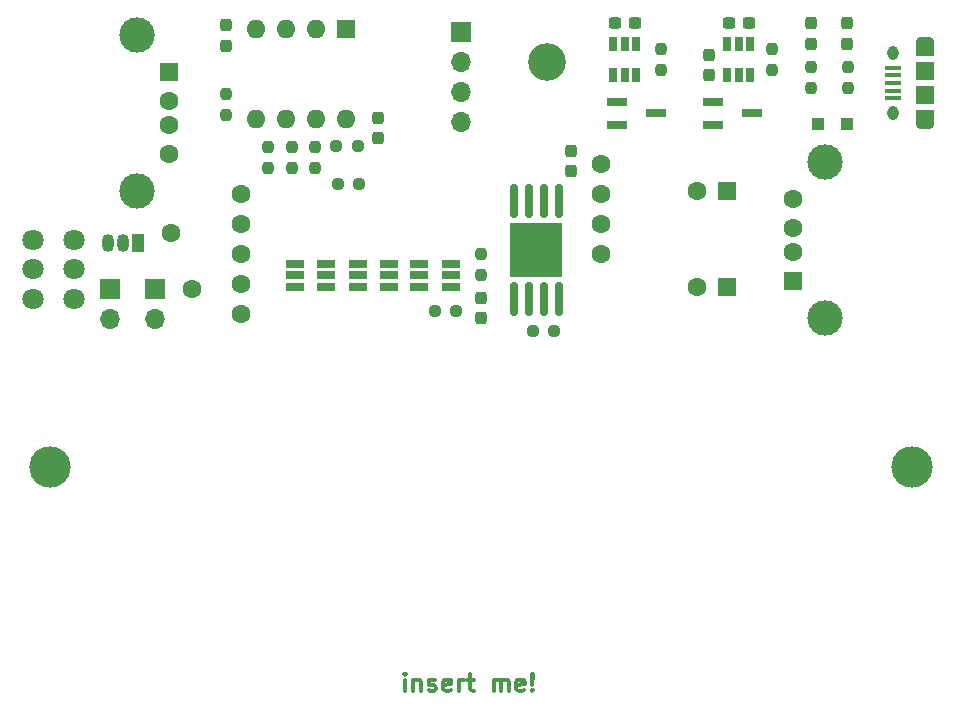
<source format=gbr>
%TF.GenerationSoftware,KiCad,Pcbnew,(5.99.0-12305-g62f7a09290)*%
%TF.CreationDate,2021-10-11T18:46:27-07:00*%
%TF.ProjectId,vive_ups,76697665-5f75-4707-932e-6b696361645f,rev?*%
%TF.SameCoordinates,Original*%
%TF.FileFunction,Soldermask,Top*%
%TF.FilePolarity,Negative*%
%FSLAX46Y46*%
G04 Gerber Fmt 4.6, Leading zero omitted, Abs format (unit mm)*
G04 Created by KiCad (PCBNEW (5.99.0-12305-g62f7a09290)) date 2021-10-11 18:46:27*
%MOMM*%
%LPD*%
G01*
G04 APERTURE LIST*
G04 Aperture macros list*
%AMRoundRect*
0 Rectangle with rounded corners*
0 $1 Rounding radius*
0 $2 $3 $4 $5 $6 $7 $8 $9 X,Y pos of 4 corners*
0 Add a 4 corners polygon primitive as box body*
4,1,4,$2,$3,$4,$5,$6,$7,$8,$9,$2,$3,0*
0 Add four circle primitives for the rounded corners*
1,1,$1+$1,$2,$3*
1,1,$1+$1,$4,$5*
1,1,$1+$1,$6,$7*
1,1,$1+$1,$8,$9*
0 Add four rect primitives between the rounded corners*
20,1,$1+$1,$2,$3,$4,$5,0*
20,1,$1+$1,$4,$5,$6,$7,0*
20,1,$1+$1,$6,$7,$8,$9,0*
20,1,$1+$1,$8,$9,$2,$3,0*%
%AMHorizOval*
0 Thick line with rounded ends*
0 $1 width*
0 $2 $3 position (X,Y) of the first rounded end (center of the circle)*
0 $4 $5 position (X,Y) of the second rounded end (center of the circle)*
0 Add line between two ends*
20,1,$1,$2,$3,$4,$5,0*
0 Add two circle primitives to create the rounded ends*
1,1,$1,$2,$3*
1,1,$1,$4,$5*%
G04 Aperture macros list end*
%ADD10C,0.300000*%
%ADD11R,1.700000X1.700000*%
%ADD12O,1.700000X1.700000*%
%ADD13O,1.050000X1.500000*%
%ADD14R,1.050000X1.500000*%
%ADD15HorizOval,1.600000X0.000000X0.000000X0.000000X0.000000X0*%
%ADD16C,1.600000*%
%ADD17RoundRect,0.237500X0.237500X-0.300000X0.237500X0.300000X-0.237500X0.300000X-0.237500X-0.300000X0*%
%ADD18RoundRect,0.237500X-0.237500X0.250000X-0.237500X-0.250000X0.237500X-0.250000X0.237500X0.250000X0*%
%ADD19R,1.000000X1.000000*%
%ADD20RoundRect,0.237500X0.237500X-0.287500X0.237500X0.287500X-0.237500X0.287500X-0.237500X-0.287500X0*%
%ADD21C,3.200000*%
%ADD22R,4.450001X4.570001*%
%ADD23RoundRect,0.175000X0.175000X-1.250000X0.175000X1.250000X-0.175000X1.250000X-0.175000X-1.250000X0*%
%ADD24R,1.600000X1.600000*%
%ADD25C,1.800000*%
%ADD26RoundRect,0.237500X-0.250000X-0.237500X0.250000X-0.237500X0.250000X0.237500X-0.250000X0.237500X0*%
%ADD27O,1.550000X0.890000*%
%ADD28R,1.550000X1.200000*%
%ADD29R,1.550000X1.500000*%
%ADD30O,0.950000X1.250000*%
%ADD31R,1.350000X0.400000*%
%ADD32C,3.500000*%
%ADD33R,1.560000X0.650000*%
%ADD34RoundRect,0.237500X0.237500X-0.250000X0.237500X0.250000X-0.237500X0.250000X-0.237500X-0.250000X0*%
%ADD35R,1.500000X1.600000*%
%ADD36C,3.000000*%
%ADD37O,1.600000X1.600000*%
%ADD38R,0.650000X1.220000*%
%ADD39RoundRect,0.237500X0.250000X0.237500X-0.250000X0.237500X-0.250000X-0.237500X0.250000X-0.237500X0*%
%ADD40R,1.800000X0.800000*%
%ADD41RoundRect,0.237500X0.300000X0.237500X-0.300000X0.237500X-0.300000X-0.237500X0.300000X-0.237500X0*%
%ADD42RoundRect,0.237500X-0.237500X0.300000X-0.237500X-0.300000X0.237500X-0.300000X0.237500X0.300000X0*%
G04 APERTURE END LIST*
D10*
X96715142Y-152062571D02*
X96715142Y-151062571D01*
X96715142Y-150562571D02*
X96643714Y-150634000D01*
X96715142Y-150705428D01*
X96786571Y-150634000D01*
X96715142Y-150562571D01*
X96715142Y-150705428D01*
X97429428Y-151062571D02*
X97429428Y-152062571D01*
X97429428Y-151205428D02*
X97500857Y-151134000D01*
X97643714Y-151062571D01*
X97858000Y-151062571D01*
X98000857Y-151134000D01*
X98072285Y-151276857D01*
X98072285Y-152062571D01*
X98715142Y-151991142D02*
X98858000Y-152062571D01*
X99143714Y-152062571D01*
X99286571Y-151991142D01*
X99358000Y-151848285D01*
X99358000Y-151776857D01*
X99286571Y-151634000D01*
X99143714Y-151562571D01*
X98929428Y-151562571D01*
X98786571Y-151491142D01*
X98715142Y-151348285D01*
X98715142Y-151276857D01*
X98786571Y-151134000D01*
X98929428Y-151062571D01*
X99143714Y-151062571D01*
X99286571Y-151134000D01*
X100572285Y-151991142D02*
X100429428Y-152062571D01*
X100143714Y-152062571D01*
X100000857Y-151991142D01*
X99929428Y-151848285D01*
X99929428Y-151276857D01*
X100000857Y-151134000D01*
X100143714Y-151062571D01*
X100429428Y-151062571D01*
X100572285Y-151134000D01*
X100643714Y-151276857D01*
X100643714Y-151419714D01*
X99929428Y-151562571D01*
X101286571Y-152062571D02*
X101286571Y-151062571D01*
X101286571Y-151348285D02*
X101358000Y-151205428D01*
X101429428Y-151134000D01*
X101572285Y-151062571D01*
X101715142Y-151062571D01*
X102000857Y-151062571D02*
X102572285Y-151062571D01*
X102215142Y-150562571D02*
X102215142Y-151848285D01*
X102286571Y-151991142D01*
X102429428Y-152062571D01*
X102572285Y-152062571D01*
X104215142Y-152062571D02*
X104215142Y-151062571D01*
X104215142Y-151205428D02*
X104286571Y-151134000D01*
X104429428Y-151062571D01*
X104643714Y-151062571D01*
X104786571Y-151134000D01*
X104858000Y-151276857D01*
X104858000Y-152062571D01*
X104858000Y-151276857D02*
X104929428Y-151134000D01*
X105072285Y-151062571D01*
X105286571Y-151062571D01*
X105429428Y-151134000D01*
X105500857Y-151276857D01*
X105500857Y-152062571D01*
X106786571Y-151991142D02*
X106643714Y-152062571D01*
X106358000Y-152062571D01*
X106215142Y-151991142D01*
X106143714Y-151848285D01*
X106143714Y-151276857D01*
X106215142Y-151134000D01*
X106358000Y-151062571D01*
X106643714Y-151062571D01*
X106786571Y-151134000D01*
X106858000Y-151276857D01*
X106858000Y-151419714D01*
X106143714Y-151562571D01*
X107500857Y-151919714D02*
X107572285Y-151991142D01*
X107500857Y-152062571D01*
X107429428Y-151991142D01*
X107500857Y-151919714D01*
X107500857Y-152062571D01*
X107500857Y-151491142D02*
X107429428Y-150634000D01*
X107500857Y-150562571D01*
X107572285Y-150634000D01*
X107500857Y-151491142D01*
X107500857Y-150562571D01*
D11*
%TO.C,BZ1*%
X71755000Y-117983000D03*
D12*
X71755000Y-120523000D03*
%TD*%
D13*
%TO.C,Q1*%
X72847200Y-114096800D03*
X71577200Y-114096800D03*
D14*
X74117200Y-114096800D03*
%TD*%
D15*
%TO.C,R13*%
X78648662Y-118006839D03*
D16*
X76911200Y-113233200D03*
%TD*%
D17*
%TO.C,C1*%
X94386400Y-103480700D03*
X94386400Y-105205700D03*
%TD*%
D12*
%TO.C,J3*%
X101447600Y-103835200D03*
X101447600Y-101295200D03*
X101447600Y-98755200D03*
D11*
X101447600Y-96215200D03*
%TD*%
D18*
%TO.C,R14*%
X81534000Y-103274500D03*
X81534000Y-101449500D03*
%TD*%
D19*
%TO.C,D4*%
X134142800Y-103987600D03*
X131642800Y-103987600D03*
%TD*%
D20*
%TO.C,D1*%
X81534000Y-95645000D03*
X81534000Y-97395000D03*
%TD*%
D21*
%TO.C,H1*%
X108712000Y-98806000D03*
%TD*%
D22*
%TO.C,U5*%
X107823000Y-114681000D03*
D23*
X105918000Y-110531000D03*
X107188000Y-110531000D03*
X108458000Y-110531000D03*
X109728000Y-110531000D03*
X109728000Y-118831000D03*
X108458000Y-118831000D03*
X107188000Y-118831000D03*
X105918000Y-118831000D03*
%TD*%
D16*
%TO.C,C5*%
X121452000Y-109728000D03*
D24*
X123952000Y-109728000D03*
%TD*%
D16*
%TO.C,U9*%
X113294000Y-115062000D03*
X113294000Y-112522000D03*
X113294000Y-109982000D03*
X113294000Y-107442000D03*
X82794000Y-120142000D03*
X82794000Y-117602000D03*
X82794000Y-115062000D03*
X82794000Y-112522000D03*
X82794000Y-109982000D03*
%TD*%
D12*
%TO.C,C3*%
X75539600Y-120548400D03*
D11*
X75539600Y-118008400D03*
%TD*%
D25*
%TO.C,SW1*%
X65254400Y-113832000D03*
X65254400Y-116332000D03*
X65254400Y-118832000D03*
X68654400Y-113832000D03*
X68654400Y-116332000D03*
X68654400Y-118832000D03*
%TD*%
D26*
%TO.C,R10*%
X92720800Y-105867200D03*
X90895800Y-105867200D03*
%TD*%
D27*
%TO.C,J2*%
X140771400Y-97058600D03*
X140771400Y-104058600D03*
D28*
X140771400Y-97658600D03*
X140771400Y-103458600D03*
D29*
X140771400Y-99558600D03*
X140771400Y-101558600D03*
D30*
X138071400Y-98058600D03*
X138071400Y-103058600D03*
D31*
X138071400Y-99258600D03*
X138071400Y-99908600D03*
X138071400Y-100558600D03*
X138071400Y-101208600D03*
X138071400Y-101858600D03*
%TD*%
D32*
%TO.C,BT1*%
X139624000Y-133096000D03*
X66624000Y-133096000D03*
%TD*%
D16*
%TO.C,C9*%
X121452000Y-117856000D03*
D24*
X123952000Y-117856000D03*
%TD*%
D33*
%TO.C,U2*%
X100600500Y-116840000D03*
X100600500Y-115890000D03*
X100600500Y-117790000D03*
X97900500Y-117790000D03*
X97900500Y-116840000D03*
X97900500Y-115890000D03*
%TD*%
D26*
%TO.C,R5*%
X109370500Y-121539000D03*
X107545500Y-121539000D03*
%TD*%
D34*
%TO.C,R4*%
X131064000Y-99163500D03*
X131064000Y-100988500D03*
%TD*%
D18*
%TO.C,R3*%
X134239000Y-100988500D03*
X134239000Y-99163500D03*
%TD*%
D20*
%TO.C,D3*%
X131064000Y-95504000D03*
X131064000Y-97254000D03*
%TD*%
%TO.C,D2*%
X134112000Y-95504000D03*
X134112000Y-97254000D03*
%TD*%
D17*
%TO.C,C4*%
X110744000Y-106325500D03*
X110744000Y-108050500D03*
%TD*%
D33*
%TO.C,U3*%
X95393500Y-116840000D03*
X95393500Y-115890000D03*
X95393500Y-117790000D03*
X92693500Y-117790000D03*
X92693500Y-116840000D03*
X92693500Y-115890000D03*
%TD*%
D16*
%TO.C,J4*%
X129540000Y-110348000D03*
X129540000Y-112848000D03*
X129540000Y-114848000D03*
D35*
X129540000Y-117348000D03*
D36*
X132250000Y-107278000D03*
X132250000Y-120418000D03*
%TD*%
D16*
%TO.C,J1*%
X76751000Y-106590000D03*
X76751000Y-104090000D03*
X76751000Y-102090000D03*
D35*
X76751000Y-99590000D03*
D36*
X74041000Y-109660000D03*
X74041000Y-96520000D03*
%TD*%
D37*
%TO.C,U8*%
X91757500Y-103632000D03*
X84137500Y-96012000D03*
X89217500Y-103632000D03*
X86677500Y-96012000D03*
X86677500Y-103632000D03*
X89217500Y-96012000D03*
X84137500Y-103632000D03*
D24*
X91757500Y-96012000D03*
%TD*%
D38*
%TO.C,U7*%
X125918000Y-99862000D03*
X124968000Y-99862000D03*
X124018000Y-99862000D03*
X124018000Y-97242000D03*
X124968000Y-97242000D03*
X125918000Y-97242000D03*
%TD*%
%TO.C,U6*%
X116266000Y-99862000D03*
X115316000Y-99862000D03*
X114366000Y-99862000D03*
X114366000Y-97242000D03*
X115316000Y-97242000D03*
X116266000Y-97242000D03*
%TD*%
D33*
%TO.C,U4*%
X87359500Y-116840000D03*
X87359500Y-117790000D03*
X87359500Y-115890000D03*
X90059500Y-115890000D03*
X90059500Y-116840000D03*
X90059500Y-117790000D03*
%TD*%
D34*
%TO.C,R12*%
X127762000Y-97639500D03*
X127762000Y-99464500D03*
%TD*%
%TO.C,R11*%
X118364000Y-97639500D03*
X118364000Y-99464500D03*
%TD*%
D18*
%TO.C,R9*%
X89077800Y-107795700D03*
X89077800Y-105970700D03*
%TD*%
%TO.C,R8*%
X87172800Y-107795700D03*
X87172800Y-105970700D03*
%TD*%
D34*
%TO.C,R7*%
X85140800Y-105970700D03*
X85140800Y-107795700D03*
%TD*%
D39*
%TO.C,R6*%
X91035500Y-109067600D03*
X92860500Y-109067600D03*
%TD*%
D26*
%TO.C,R2*%
X101052000Y-119888000D03*
X99227000Y-119888000D03*
%TD*%
D18*
%TO.C,R1*%
X103187500Y-116840000D03*
X103187500Y-115015000D03*
%TD*%
D40*
%TO.C,Q3*%
X126110000Y-103124000D03*
X122810000Y-104074000D03*
X122810000Y-102174000D03*
%TD*%
%TO.C,Q2*%
X117982000Y-103124000D03*
X114682000Y-104074000D03*
X114682000Y-102174000D03*
%TD*%
D41*
%TO.C,C8*%
X124105500Y-95504000D03*
X125830500Y-95504000D03*
%TD*%
%TO.C,C7*%
X114453500Y-95504000D03*
X116178500Y-95504000D03*
%TD*%
D17*
%TO.C,C6*%
X122428000Y-98197500D03*
X122428000Y-99922500D03*
%TD*%
D42*
%TO.C,C2*%
X103187500Y-120496500D03*
X103187500Y-118771500D03*
%TD*%
M02*

</source>
